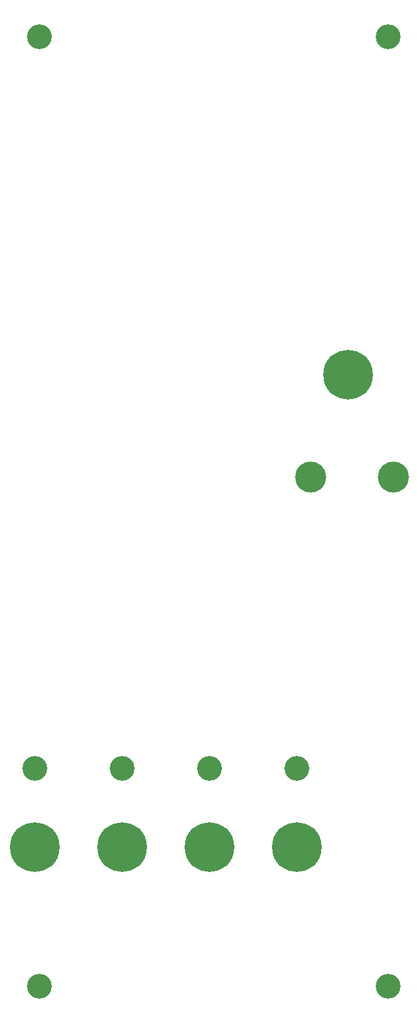
<source format=gbr>
%TF.GenerationSoftware,KiCad,Pcbnew,(6.0.1)*%
%TF.CreationDate,2022-12-13T20:49:30+02:00*%
%TF.ProjectId,ArduinoClockModuleFaceplate,41726475-696e-46f4-936c-6f636b4d6f64,rev?*%
%TF.SameCoordinates,Original*%
%TF.FileFunction,Copper,L2,Bot*%
%TF.FilePolarity,Positive*%
%FSLAX46Y46*%
G04 Gerber Fmt 4.6, Leading zero omitted, Abs format (unit mm)*
G04 Created by KiCad (PCBNEW (6.0.1)) date 2022-12-13 20:49:30*
%MOMM*%
%LPD*%
G01*
G04 APERTURE LIST*
%TA.AperFunction,ComponentPad*%
%ADD10C,4.000000*%
%TD*%
%TA.AperFunction,ComponentPad*%
%ADD11C,3.200000*%
%TD*%
%TA.AperFunction,ComponentPad*%
%ADD12C,6.400000*%
%TD*%
G04 APERTURE END LIST*
D10*
%TO.P,REF\u002A\u002A,*%
%TO.N,*%
X54136000Y-60790000D03*
%TD*%
D11*
%TO.P,REF\u002A\u002A,*%
%TO.N,*%
X8500000Y-126500000D03*
%TD*%
%TO.P,REF\u002A\u002A,*%
%TO.N,*%
X41650000Y-98387000D03*
%TD*%
D10*
%TO.P,REF\u002A\u002A,*%
%TO.N,*%
X43468000Y-60790000D03*
%TD*%
D12*
%TO.P,REF\u002A\u002A,*%
%TO.N,*%
X41650000Y-108542000D03*
%TD*%
D11*
%TO.P,REF\u002A\u002A,*%
%TO.N,*%
X8500000Y-4000000D03*
%TD*%
D12*
%TO.P,REF\u002A\u002A,*%
%TO.N,*%
X19150000Y-108542000D03*
%TD*%
%TO.P,REF\u002A\u002A,*%
%TO.N,*%
X48290000Y-47574000D03*
%TD*%
D11*
%TO.P,REF\u002A\u002A,*%
%TO.N,*%
X53500000Y-126500000D03*
%TD*%
%TO.P,REF\u002A\u002A,*%
%TO.N,*%
X19150000Y-98387000D03*
%TD*%
%TO.P,REF\u002A\u002A,*%
%TO.N,*%
X7908000Y-98387000D03*
%TD*%
%TO.P,REF\u002A\u002A,*%
%TO.N,*%
X53500000Y-4000000D03*
%TD*%
D12*
%TO.P,REF\u002A\u002A,*%
%TO.N,*%
X7908000Y-108542000D03*
%TD*%
%TO.P,REF\u002A\u002A,*%
%TO.N,*%
X30400000Y-108542000D03*
%TD*%
D11*
%TO.P,REF\u002A\u002A,*%
%TO.N,*%
X30400000Y-98387000D03*
%TD*%
M02*

</source>
